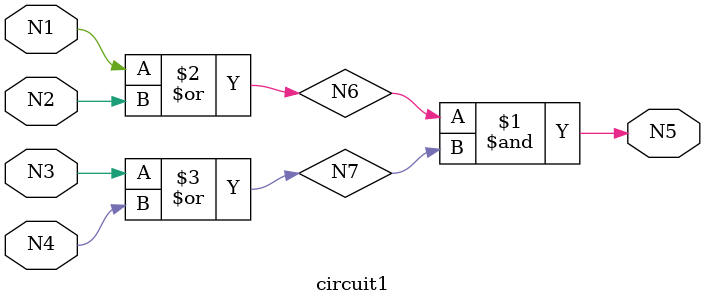
<source format=v>
module circuit1(N1, N2, N3, N4, N5);

  input N1, N2, N3, N4;
  output N5;
  wire N6, N7;

  and ginst1 (N5, N6, N7);
  or ginst2 (N6, N1, N2);
  or ginst3 (N7, N3, N4);

endmodule

</source>
